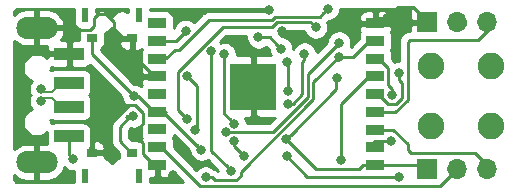
<source format=gbr>
G04 #@! TF.GenerationSoftware,KiCad,Pcbnew,(5.1.4)-1*
G04 #@! TF.CreationDate,2020-11-01T21:23:20+01:00*
G04 #@! TF.ProjectId,deauther-andromeda,64656175-7468-4657-922d-616e64726f6d,rev?*
G04 #@! TF.SameCoordinates,Original*
G04 #@! TF.FileFunction,Copper,L1,Top*
G04 #@! TF.FilePolarity,Positive*
%FSLAX46Y46*%
G04 Gerber Fmt 4.6, Leading zero omitted, Abs format (unit mm)*
G04 Created by KiCad (PCBNEW (5.1.4)-1) date 2020-11-01 21:23:20*
%MOMM*%
%LPD*%
G04 APERTURE LIST*
%ADD10C,2.250000*%
%ADD11R,0.600000X1.200000*%
%ADD12R,0.900000X0.800000*%
%ADD13R,2.500000X1.100000*%
%ADD14O,3.500000X1.900000*%
%ADD15R,1.500000X0.900000*%
%ADD16R,4.000000X4.000000*%
%ADD17R,1.700000X1.700000*%
%ADD18O,1.700000X1.700000*%
%ADD19C,0.800000*%
%ADD20C,0.250000*%
%ADD21C,0.200000*%
%ADD22C,0.254000*%
G04 APERTURE END LIST*
D10*
X161954000Y-80474000D03*
X167034000Y-80474000D03*
X161954000Y-85554000D03*
X167034000Y-85554000D03*
D11*
X132650000Y-76170000D03*
X137250000Y-76170000D03*
D12*
X136660000Y-78160000D03*
X133250000Y-78150000D03*
X136650000Y-87830000D03*
X133240000Y-87820000D03*
D11*
X132650000Y-89810000D03*
X137250000Y-89810000D03*
D13*
X131331240Y-83956400D03*
X131331240Y-81956400D03*
X131331240Y-86456400D03*
X131331240Y-79456400D03*
D14*
X128581240Y-88656400D03*
X128581240Y-77256400D03*
D15*
X157250000Y-88880000D03*
X157250000Y-87380000D03*
X157250000Y-85880000D03*
X157250000Y-84380000D03*
X157250000Y-82880000D03*
X157250000Y-81380000D03*
X157250000Y-79880000D03*
X157250000Y-78380000D03*
X157250000Y-76880000D03*
X138790000Y-76870000D03*
X138790000Y-79870000D03*
X138790000Y-82870000D03*
X138790000Y-78370000D03*
X138790000Y-85870000D03*
X138790000Y-81370000D03*
X138790000Y-87370000D03*
X138790000Y-84370000D03*
X138790000Y-88870000D03*
D16*
X146900000Y-82240000D03*
D17*
X161670000Y-76810000D03*
D18*
X164210000Y-76810000D03*
X166750000Y-76810000D03*
X166748460Y-89220040D03*
X164208460Y-89220040D03*
D17*
X161668460Y-89220040D03*
D19*
X141500000Y-88300000D03*
X158199990Y-76460000D03*
X145802340Y-79042340D03*
X131561840Y-77576680D03*
X147233640Y-85029040D03*
X141680000Y-76070000D03*
X136959340Y-80010000D03*
X140149580Y-89742170D03*
X136763760Y-86174580D03*
X149364700Y-77525124D03*
X148226780Y-75793600D03*
X151250000Y-79450000D03*
X141295620Y-84961649D03*
X149870644Y-83721874D03*
X154002746Y-81490750D03*
X149690000Y-86697039D03*
X152216655Y-77230527D03*
X147350000Y-78080000D03*
X149272033Y-79031392D03*
X141999156Y-85937510D03*
X141280000Y-81340000D03*
X142520000Y-87580002D03*
X136784094Y-83024416D03*
X136760000Y-84770000D03*
X154143268Y-79716576D03*
X142885160Y-89924968D03*
X149830012Y-82603340D03*
X149773640Y-80137001D03*
X158620000Y-86840000D03*
X154365521Y-88496708D03*
X158639670Y-82979991D03*
X144470000Y-79500000D03*
X146152340Y-88147050D03*
X149740000Y-88147050D03*
X145313421Y-85398353D03*
X159219900Y-89882978D03*
X145307421Y-86854911D03*
X154192004Y-78513254D03*
X144625139Y-86123812D03*
X153250000Y-75640000D03*
X143381152Y-79191152D03*
X141187347Y-77527347D03*
X145054320Y-89382598D03*
X128960645Y-83481400D03*
X128960645Y-82431400D03*
X131678680Y-88351360D03*
X159240220Y-81107280D03*
D20*
X157140000Y-76460000D02*
X156750000Y-76850000D01*
X158199990Y-76460000D02*
X157140000Y-76460000D01*
X135124999Y-76795997D02*
X135124999Y-77324999D01*
X134424001Y-76094999D02*
X135124999Y-76795997D01*
X133775999Y-76094999D02*
X134424001Y-76094999D01*
X133424999Y-76445999D02*
X133775999Y-76094999D01*
X133424999Y-77094001D02*
X133424999Y-76445999D01*
X135960000Y-78160000D02*
X136660000Y-78160000D01*
X133094001Y-77424999D02*
X133424999Y-77094001D01*
X132279206Y-77424999D02*
X133094001Y-77424999D01*
X135124999Y-77324999D02*
X135960000Y-78160000D01*
X132127525Y-77576680D02*
X132279206Y-77424999D01*
X131561840Y-77576680D02*
X132127525Y-77576680D01*
X158199990Y-76460000D02*
X159168650Y-75491340D01*
X160411340Y-75491340D02*
X161720000Y-76800000D01*
X159168650Y-75491340D02*
X160411340Y-75491340D01*
X138790000Y-81370000D02*
X138490000Y-81370000D01*
X137130000Y-80010000D02*
X136959340Y-80010000D01*
X138490000Y-81370000D02*
X137130000Y-80010000D01*
X137563860Y-84450302D02*
X137563860Y-85374480D01*
X136365101Y-83792130D02*
X136905688Y-83792130D01*
X133240000Y-87820000D02*
X133240000Y-86917231D01*
X133240000Y-86917231D02*
X136365101Y-83792130D01*
X136905688Y-83792130D02*
X137563860Y-84450302D01*
X137563860Y-85374480D02*
X137163759Y-85774581D01*
X137563860Y-87927450D02*
X137563860Y-86974680D01*
X137563860Y-86974680D02*
X137163759Y-86574579D01*
X138486410Y-88850000D02*
X137563860Y-87927450D01*
X137163759Y-86574579D02*
X136763760Y-86174580D01*
X139250000Y-88850000D02*
X138486410Y-88850000D01*
X137163759Y-85774581D02*
X136763760Y-86174580D01*
X151085001Y-80180684D02*
X151085001Y-82902659D01*
X151250000Y-79450000D02*
X151250000Y-80015685D01*
X151250000Y-80015685D02*
X151085001Y-80180684D01*
X151085001Y-82902659D02*
X150265786Y-83721874D01*
X150265786Y-83721874D02*
X149870644Y-83721874D01*
X153959560Y-81396840D02*
X153959560Y-82427479D01*
X153959560Y-82427479D02*
X150089999Y-86297040D01*
X150089999Y-86297040D02*
X149690000Y-86697039D01*
X152214679Y-89221718D02*
X150089999Y-87097038D01*
X150089999Y-87097038D02*
X149690000Y-86697039D01*
X155908282Y-89221718D02*
X152214679Y-89221718D01*
X157250000Y-88880000D02*
X156250000Y-88880000D01*
X156250000Y-88880000D02*
X155908282Y-89221718D01*
X160249939Y-88880000D02*
X160252159Y-88882220D01*
X161635760Y-88880000D02*
X161790380Y-89034620D01*
X157250000Y-88880000D02*
X161635760Y-88880000D01*
X144316471Y-77230527D02*
X148521013Y-77230527D01*
X140554999Y-80991999D02*
X144316471Y-77230527D01*
X141295620Y-84961649D02*
X140554999Y-84221028D01*
X148521013Y-77230527D02*
X148951434Y-76800106D01*
X140554999Y-84221028D02*
X140554999Y-80991999D01*
X148951434Y-76800106D02*
X151786234Y-76800106D01*
X151786234Y-76800106D02*
X151816656Y-76830528D01*
X151816656Y-76830528D02*
X152216655Y-77230527D01*
X148872034Y-78631393D02*
X149272033Y-79031392D01*
X148320641Y-78080000D02*
X148872034Y-78631393D01*
X147350000Y-78080000D02*
X148320641Y-78080000D01*
X142120000Y-82180000D02*
X141280000Y-81340000D01*
X141999156Y-85937510D02*
X142120000Y-85816666D01*
X142120000Y-85816666D02*
X142120000Y-82180000D01*
X138950000Y-84350000D02*
X139250000Y-84350000D01*
X139250000Y-84350000D02*
X139550000Y-84350000D01*
X142120001Y-87180003D02*
X142520000Y-87580002D01*
X139309998Y-84370000D02*
X138790000Y-84370000D01*
X142520000Y-87580002D02*
X139309998Y-84370000D01*
X133250000Y-79490322D02*
X136384095Y-82624417D01*
X133250000Y-78150000D02*
X133250000Y-79490322D01*
X138490000Y-84370000D02*
X137144416Y-83024416D01*
X138790000Y-84370000D02*
X138490000Y-84370000D01*
X137144416Y-83024416D02*
X136784094Y-83024416D01*
X136384095Y-82624417D02*
X136784094Y-83024416D01*
X136830000Y-87830000D02*
X136780000Y-87830000D01*
X154708953Y-79716576D02*
X154143268Y-79716576D01*
X155383424Y-79716576D02*
X154708953Y-79716576D01*
X156750000Y-78350000D02*
X155383424Y-79716576D01*
X145845362Y-89494638D02*
X145845362Y-89796642D01*
X152011380Y-81848464D02*
X152011380Y-83328620D01*
X154143268Y-79716576D02*
X152011380Y-81848464D01*
X152011380Y-83328620D02*
X145845362Y-89494638D01*
X143699519Y-90173642D02*
X143450845Y-89924968D01*
X145468362Y-90173642D02*
X143699519Y-90173642D01*
X145845362Y-89796642D02*
X145468362Y-90173642D01*
X143450845Y-89924968D02*
X142885160Y-89924968D01*
X136194315Y-84770000D02*
X136171495Y-84792820D01*
X136760000Y-84770000D02*
X136194315Y-84770000D01*
X136600000Y-87830000D02*
X136650000Y-87830000D01*
X135655219Y-86885219D02*
X136600000Y-87830000D01*
X135655219Y-85620839D02*
X135655219Y-86885219D01*
X136506058Y-84770000D02*
X135655219Y-85620839D01*
X136760000Y-84770000D02*
X136506058Y-84770000D01*
X149830012Y-82603340D02*
X149830012Y-80193373D01*
X149830012Y-80193373D02*
X149773640Y-80137001D01*
X157260000Y-86840000D02*
X156750000Y-87350000D01*
X158620000Y-86840000D02*
X157260000Y-86840000D01*
X154365521Y-87931023D02*
X154365521Y-88496708D01*
X156750000Y-81350000D02*
X154365521Y-83734479D01*
X154365521Y-83734479D02*
X154365521Y-87931023D01*
X156750000Y-79850000D02*
X157050000Y-79850000D01*
X157550000Y-79880000D02*
X158339958Y-80669958D01*
X158339958Y-82114594D02*
X158639670Y-82414306D01*
X158339958Y-80669958D02*
X158339958Y-82114594D01*
X157250000Y-79880000D02*
X157550000Y-79880000D01*
X158639670Y-82414306D02*
X158639670Y-82979991D01*
X144470000Y-84554932D02*
X144913422Y-84998354D01*
X144470000Y-79500000D02*
X144470000Y-84554932D01*
X144913422Y-84998354D02*
X145313421Y-85398353D01*
X149740000Y-88147050D02*
X151475928Y-89882978D01*
X151475928Y-89882978D02*
X158654215Y-89882978D01*
X158654215Y-89882978D02*
X159219900Y-89882978D01*
X145307421Y-87302131D02*
X145307421Y-86854911D01*
X146152340Y-88147050D02*
X145307421Y-87302131D01*
X151561369Y-81143889D02*
X151561369Y-83131633D01*
X148569190Y-86123812D02*
X145190824Y-86123812D01*
X145190824Y-86123812D02*
X144625139Y-86123812D01*
X151561369Y-83131633D02*
X148569190Y-86123812D01*
X154192004Y-78513254D02*
X151561369Y-81143889D01*
X152850001Y-76039999D02*
X153250000Y-75640000D01*
X148492428Y-76610000D02*
X148752325Y-76350103D01*
X140590000Y-79150000D02*
X143130000Y-76610000D01*
X152539897Y-76350103D02*
X152850001Y-76039999D01*
X139550000Y-79850000D02*
X140250000Y-79150000D01*
X143130000Y-76610000D02*
X148492428Y-76610000D01*
X148752325Y-76350103D02*
X152539897Y-76350103D01*
X139250000Y-79850000D02*
X139550000Y-79850000D01*
X140250000Y-79150000D02*
X140590000Y-79150000D01*
X140364694Y-78350000D02*
X139250000Y-78350000D01*
X141187347Y-77527347D02*
X140364694Y-78350000D01*
X144654321Y-88982599D02*
X145054320Y-89382598D01*
X143381152Y-79191152D02*
X143381152Y-87709430D01*
X143381152Y-87709430D02*
X144654321Y-88982599D01*
D21*
X129260645Y-83181400D02*
X128960645Y-83481400D01*
X129856240Y-83181400D02*
X129260645Y-83181400D01*
X130631240Y-83956400D02*
X129856240Y-83181400D01*
X131331240Y-83956400D02*
X130631240Y-83956400D01*
X131331240Y-81956400D02*
X130631240Y-81956400D01*
X130631240Y-81956400D02*
X129856240Y-82731400D01*
X129856240Y-82731400D02*
X129260645Y-82731400D01*
X129260645Y-82731400D02*
X128960645Y-82431400D01*
D20*
X138790000Y-85870000D02*
X139090000Y-85870000D01*
X131331240Y-86456400D02*
X131331240Y-88003920D01*
X131331240Y-88003920D02*
X131678680Y-88351360D01*
X159979470Y-83349942D02*
X159979470Y-78447894D01*
X159979470Y-78447894D02*
X160169854Y-78257510D01*
X165978900Y-78257510D02*
X166986400Y-77250010D01*
X158949412Y-84380000D02*
X159979470Y-83349942D01*
X157250000Y-84380000D02*
X158949412Y-84380000D01*
X166986400Y-77250010D02*
X167118205Y-77118205D01*
X160169854Y-78257510D02*
X165978900Y-78257510D01*
X164864209Y-76613599D02*
X164732405Y-76481795D01*
X164864209Y-76986401D02*
X164864209Y-76613599D01*
X159505599Y-83187403D02*
X159505599Y-81938344D01*
X158291999Y-83705001D02*
X158988001Y-83705001D01*
X159240220Y-81672965D02*
X159240220Y-81107280D01*
X157466998Y-82880000D02*
X158291999Y-83705001D01*
X157250000Y-82880000D02*
X157466998Y-82880000D01*
X158988001Y-83705001D02*
X159505599Y-83187403D01*
X159505599Y-81938344D02*
X159240220Y-81672965D01*
X162715010Y-90649990D02*
X164330380Y-89034620D01*
X139090000Y-87370000D02*
X142369990Y-90649990D01*
X138790000Y-87370000D02*
X139090000Y-87370000D01*
X142369990Y-90649990D02*
X162715010Y-90649990D01*
X166020381Y-88184621D02*
X166870380Y-89034620D01*
X165695379Y-87859619D02*
X166020381Y-88184621D01*
X160267503Y-87859619D02*
X165695379Y-87859619D01*
X159979470Y-87571586D02*
X160267503Y-87859619D01*
X158733002Y-85880000D02*
X159979470Y-87126468D01*
X159979470Y-87126468D02*
X159979470Y-87571586D01*
X157250000Y-85880000D02*
X158733002Y-85880000D01*
D22*
G36*
X131711928Y-76770000D02*
G01*
X131724188Y-76894482D01*
X131760498Y-77014180D01*
X131819463Y-77124494D01*
X131898815Y-77221185D01*
X131995506Y-77300537D01*
X132105820Y-77359502D01*
X132225518Y-77395812D01*
X132267110Y-77399908D01*
X132210498Y-77505820D01*
X132174188Y-77625518D01*
X132161928Y-77750000D01*
X132161928Y-78269664D01*
X131616990Y-78271400D01*
X131458240Y-78430150D01*
X131458240Y-79329400D01*
X131478240Y-79329400D01*
X131478240Y-79583400D01*
X131458240Y-79583400D01*
X131458240Y-80482650D01*
X131616990Y-80641400D01*
X132581240Y-80644472D01*
X132705722Y-80632212D01*
X132825420Y-80595902D01*
X132935734Y-80536937D01*
X133032425Y-80457585D01*
X133082025Y-80397148D01*
X135749094Y-83064218D01*
X135749094Y-83126355D01*
X135788868Y-83326314D01*
X135866889Y-83514672D01*
X135980157Y-83684190D01*
X136124320Y-83828353D01*
X136215322Y-83889158D01*
X136100226Y-83966063D01*
X136045276Y-84021013D01*
X135902068Y-84064454D01*
X135770039Y-84135026D01*
X135654314Y-84229999D01*
X135630511Y-84259003D01*
X135607696Y-84281818D01*
X135536521Y-84368544D01*
X135465949Y-84500574D01*
X135422493Y-84643835D01*
X135407819Y-84792820D01*
X135407874Y-84793382D01*
X135144221Y-85057036D01*
X135115218Y-85080838D01*
X135063649Y-85143676D01*
X135020245Y-85196563D01*
X134975111Y-85281002D01*
X134949673Y-85328593D01*
X134906216Y-85471854D01*
X134895219Y-85583507D01*
X134895219Y-85583517D01*
X134891543Y-85620839D01*
X134895219Y-85658162D01*
X134895220Y-86847887D01*
X134891543Y-86885219D01*
X134895220Y-86922552D01*
X134906217Y-87034205D01*
X134916772Y-87069000D01*
X134949673Y-87177465D01*
X135020245Y-87309495D01*
X135080877Y-87383374D01*
X135115219Y-87425220D01*
X135144217Y-87449018D01*
X135561928Y-87866729D01*
X135561928Y-88230000D01*
X135564155Y-88252615D01*
X135512686Y-88262853D01*
X135333428Y-88337104D01*
X135172099Y-88444901D01*
X135034901Y-88582099D01*
X134950000Y-88709162D01*
X134865099Y-88582099D01*
X134727901Y-88444901D01*
X134566572Y-88337104D01*
X134387314Y-88262853D01*
X134325071Y-88250472D01*
X134328072Y-88220000D01*
X134325000Y-88105750D01*
X134166250Y-87947000D01*
X133367000Y-87947000D01*
X133367000Y-87967000D01*
X133113000Y-87967000D01*
X133113000Y-87947000D01*
X133093000Y-87947000D01*
X133093000Y-87693000D01*
X133113000Y-87693000D01*
X133113000Y-87358606D01*
X133170742Y-87250580D01*
X133207052Y-87130882D01*
X133219312Y-87006400D01*
X133219312Y-86943750D01*
X133367000Y-86943750D01*
X133367000Y-87693000D01*
X134166250Y-87693000D01*
X134325000Y-87534250D01*
X134328072Y-87420000D01*
X134315812Y-87295518D01*
X134279502Y-87175820D01*
X134220537Y-87065506D01*
X134141185Y-86968815D01*
X134044494Y-86889463D01*
X133934180Y-86830498D01*
X133814482Y-86794188D01*
X133690000Y-86781928D01*
X133525750Y-86785000D01*
X133367000Y-86943750D01*
X133219312Y-86943750D01*
X133219312Y-85906400D01*
X133207052Y-85781918D01*
X133170742Y-85662220D01*
X133111777Y-85551906D01*
X133032425Y-85455215D01*
X132935734Y-85375863D01*
X132825420Y-85316898D01*
X132705722Y-85280588D01*
X132581240Y-85268328D01*
X130081240Y-85268328D01*
X129956758Y-85280588D01*
X129837060Y-85316898D01*
X129766240Y-85354753D01*
X129766240Y-85139688D01*
X129748069Y-85048334D01*
X129837060Y-85095902D01*
X129956758Y-85132212D01*
X130081240Y-85144472D01*
X132581240Y-85144472D01*
X132705722Y-85132212D01*
X132825420Y-85095902D01*
X132935734Y-85036937D01*
X133032425Y-84957585D01*
X133111777Y-84860894D01*
X133170742Y-84750580D01*
X133207052Y-84630882D01*
X133219312Y-84506400D01*
X133219312Y-83406400D01*
X133207052Y-83281918D01*
X133170742Y-83162220D01*
X133111777Y-83051906D01*
X133033398Y-82956400D01*
X133111777Y-82860894D01*
X133170742Y-82750580D01*
X133207052Y-82630882D01*
X133219312Y-82506400D01*
X133219312Y-81406400D01*
X133207052Y-81281918D01*
X133170742Y-81162220D01*
X133111777Y-81051906D01*
X133032425Y-80955215D01*
X132935734Y-80875863D01*
X132825420Y-80816898D01*
X132705722Y-80780588D01*
X132581240Y-80768328D01*
X130081240Y-80768328D01*
X129956758Y-80780588D01*
X129837060Y-80816898D01*
X129748069Y-80864466D01*
X129766240Y-80773112D01*
X129766240Y-80558047D01*
X129837060Y-80595902D01*
X129956758Y-80632212D01*
X130081240Y-80644472D01*
X131045490Y-80641400D01*
X131204240Y-80482650D01*
X131204240Y-79583400D01*
X129604990Y-79583400D01*
X129446240Y-79742150D01*
X129445052Y-79844368D01*
X129336634Y-79735950D01*
X129142548Y-79606266D01*
X128926892Y-79516939D01*
X128697952Y-79471400D01*
X128464528Y-79471400D01*
X128235588Y-79516939D01*
X128019932Y-79606266D01*
X127825846Y-79735950D01*
X127660790Y-79901006D01*
X127531106Y-80095092D01*
X127441779Y-80310748D01*
X127396240Y-80539688D01*
X127396240Y-80773112D01*
X127441779Y-81002052D01*
X127531106Y-81217708D01*
X127660790Y-81411794D01*
X127825846Y-81576850D01*
X128019932Y-81706534D01*
X128162675Y-81765659D01*
X128156708Y-81771626D01*
X128043440Y-81941144D01*
X127965419Y-82129502D01*
X127925645Y-82329461D01*
X127925645Y-82533339D01*
X127965419Y-82733298D01*
X128043440Y-82921656D01*
X128066655Y-82956400D01*
X128043440Y-82991144D01*
X127965419Y-83179502D01*
X127925645Y-83379461D01*
X127925645Y-83583339D01*
X127965419Y-83783298D01*
X128043440Y-83971656D01*
X128156708Y-84141174D01*
X128162675Y-84147141D01*
X128019932Y-84206266D01*
X127825846Y-84335950D01*
X127660790Y-84501006D01*
X127531106Y-84695092D01*
X127441779Y-84910748D01*
X127396240Y-85139688D01*
X127396240Y-85373112D01*
X127441779Y-85602052D01*
X127531106Y-85817708D01*
X127660790Y-86011794D01*
X127825846Y-86176850D01*
X128019932Y-86306534D01*
X128235588Y-86395861D01*
X128464528Y-86441400D01*
X128697952Y-86441400D01*
X128926892Y-86395861D01*
X129142548Y-86306534D01*
X129336634Y-86176850D01*
X129443168Y-86070316D01*
X129443168Y-87006400D01*
X129449570Y-87071400D01*
X128708240Y-87071400D01*
X128708240Y-88529400D01*
X128728240Y-88529400D01*
X128728240Y-88783400D01*
X128708240Y-88783400D01*
X128708240Y-90241400D01*
X129508240Y-90241400D01*
X129815018Y-90186168D01*
X130105126Y-90072148D01*
X130367415Y-89903722D01*
X130591806Y-89687362D01*
X130769676Y-89431383D01*
X130894189Y-89145621D01*
X130916227Y-89052618D01*
X131018906Y-89155297D01*
X131188424Y-89268565D01*
X131376782Y-89346586D01*
X131576741Y-89386360D01*
X131711928Y-89386360D01*
X131711928Y-90340000D01*
X127016279Y-90340000D01*
X126918576Y-90330420D01*
X126855643Y-90311420D01*
X126797594Y-90280554D01*
X126746657Y-90239011D01*
X126704752Y-90188356D01*
X126673485Y-90130529D01*
X126654044Y-90067728D01*
X126644000Y-89972165D01*
X126644000Y-89758064D01*
X126795065Y-89903722D01*
X127057354Y-90072148D01*
X127347462Y-90186168D01*
X127654240Y-90241400D01*
X128454240Y-90241400D01*
X128454240Y-88783400D01*
X128434240Y-88783400D01*
X128434240Y-88529400D01*
X128454240Y-88529400D01*
X128454240Y-87071400D01*
X127654240Y-87071400D01*
X127347462Y-87126632D01*
X127057354Y-87240652D01*
X126795065Y-87409078D01*
X126644000Y-87554736D01*
X126644000Y-78358064D01*
X126795065Y-78503722D01*
X127057354Y-78672148D01*
X127347462Y-78786168D01*
X127654240Y-78841400D01*
X128454240Y-78841400D01*
X128454240Y-77383400D01*
X128708240Y-77383400D01*
X128708240Y-78841400D01*
X129449570Y-78841400D01*
X129443168Y-78906400D01*
X129446240Y-79170650D01*
X129604990Y-79329400D01*
X131204240Y-79329400D01*
X131204240Y-78430150D01*
X131045490Y-78271400D01*
X130603875Y-78269993D01*
X130769676Y-78031383D01*
X130894189Y-77745621D01*
X130921826Y-77628988D01*
X130801824Y-77383400D01*
X128708240Y-77383400D01*
X128454240Y-77383400D01*
X128434240Y-77383400D01*
X128434240Y-77129400D01*
X128454240Y-77129400D01*
X128454240Y-75671400D01*
X128708240Y-75671400D01*
X128708240Y-77129400D01*
X130801824Y-77129400D01*
X130921826Y-76883812D01*
X130894189Y-76767179D01*
X130769676Y-76481417D01*
X130591806Y-76225438D01*
X130367415Y-76009078D01*
X130105126Y-75840652D01*
X129815018Y-75726632D01*
X129508240Y-75671400D01*
X128708240Y-75671400D01*
X128454240Y-75671400D01*
X127654240Y-75671400D01*
X127347462Y-75726632D01*
X127057354Y-75840652D01*
X126795065Y-76009078D01*
X126644000Y-76154736D01*
X126644000Y-76032279D01*
X126653580Y-75934576D01*
X126672580Y-75871644D01*
X126703445Y-75813595D01*
X126744989Y-75762657D01*
X126795644Y-75720752D01*
X126853471Y-75689485D01*
X126916272Y-75670044D01*
X127011835Y-75660000D01*
X131711928Y-75660000D01*
X131711928Y-76770000D01*
X131711928Y-76770000D01*
G37*
X131711928Y-76770000D02*
X131724188Y-76894482D01*
X131760498Y-77014180D01*
X131819463Y-77124494D01*
X131898815Y-77221185D01*
X131995506Y-77300537D01*
X132105820Y-77359502D01*
X132225518Y-77395812D01*
X132267110Y-77399908D01*
X132210498Y-77505820D01*
X132174188Y-77625518D01*
X132161928Y-77750000D01*
X132161928Y-78269664D01*
X131616990Y-78271400D01*
X131458240Y-78430150D01*
X131458240Y-79329400D01*
X131478240Y-79329400D01*
X131478240Y-79583400D01*
X131458240Y-79583400D01*
X131458240Y-80482650D01*
X131616990Y-80641400D01*
X132581240Y-80644472D01*
X132705722Y-80632212D01*
X132825420Y-80595902D01*
X132935734Y-80536937D01*
X133032425Y-80457585D01*
X133082025Y-80397148D01*
X135749094Y-83064218D01*
X135749094Y-83126355D01*
X135788868Y-83326314D01*
X135866889Y-83514672D01*
X135980157Y-83684190D01*
X136124320Y-83828353D01*
X136215322Y-83889158D01*
X136100226Y-83966063D01*
X136045276Y-84021013D01*
X135902068Y-84064454D01*
X135770039Y-84135026D01*
X135654314Y-84229999D01*
X135630511Y-84259003D01*
X135607696Y-84281818D01*
X135536521Y-84368544D01*
X135465949Y-84500574D01*
X135422493Y-84643835D01*
X135407819Y-84792820D01*
X135407874Y-84793382D01*
X135144221Y-85057036D01*
X135115218Y-85080838D01*
X135063649Y-85143676D01*
X135020245Y-85196563D01*
X134975111Y-85281002D01*
X134949673Y-85328593D01*
X134906216Y-85471854D01*
X134895219Y-85583507D01*
X134895219Y-85583517D01*
X134891543Y-85620839D01*
X134895219Y-85658162D01*
X134895220Y-86847887D01*
X134891543Y-86885219D01*
X134895220Y-86922552D01*
X134906217Y-87034205D01*
X134916772Y-87069000D01*
X134949673Y-87177465D01*
X135020245Y-87309495D01*
X135080877Y-87383374D01*
X135115219Y-87425220D01*
X135144217Y-87449018D01*
X135561928Y-87866729D01*
X135561928Y-88230000D01*
X135564155Y-88252615D01*
X135512686Y-88262853D01*
X135333428Y-88337104D01*
X135172099Y-88444901D01*
X135034901Y-88582099D01*
X134950000Y-88709162D01*
X134865099Y-88582099D01*
X134727901Y-88444901D01*
X134566572Y-88337104D01*
X134387314Y-88262853D01*
X134325071Y-88250472D01*
X134328072Y-88220000D01*
X134325000Y-88105750D01*
X134166250Y-87947000D01*
X133367000Y-87947000D01*
X133367000Y-87967000D01*
X133113000Y-87967000D01*
X133113000Y-87947000D01*
X133093000Y-87947000D01*
X133093000Y-87693000D01*
X133113000Y-87693000D01*
X133113000Y-87358606D01*
X133170742Y-87250580D01*
X133207052Y-87130882D01*
X133219312Y-87006400D01*
X133219312Y-86943750D01*
X133367000Y-86943750D01*
X133367000Y-87693000D01*
X134166250Y-87693000D01*
X134325000Y-87534250D01*
X134328072Y-87420000D01*
X134315812Y-87295518D01*
X134279502Y-87175820D01*
X134220537Y-87065506D01*
X134141185Y-86968815D01*
X134044494Y-86889463D01*
X133934180Y-86830498D01*
X133814482Y-86794188D01*
X133690000Y-86781928D01*
X133525750Y-86785000D01*
X133367000Y-86943750D01*
X133219312Y-86943750D01*
X133219312Y-85906400D01*
X133207052Y-85781918D01*
X133170742Y-85662220D01*
X133111777Y-85551906D01*
X133032425Y-85455215D01*
X132935734Y-85375863D01*
X132825420Y-85316898D01*
X132705722Y-85280588D01*
X132581240Y-85268328D01*
X130081240Y-85268328D01*
X129956758Y-85280588D01*
X129837060Y-85316898D01*
X129766240Y-85354753D01*
X129766240Y-85139688D01*
X129748069Y-85048334D01*
X129837060Y-85095902D01*
X129956758Y-85132212D01*
X130081240Y-85144472D01*
X132581240Y-85144472D01*
X132705722Y-85132212D01*
X132825420Y-85095902D01*
X132935734Y-85036937D01*
X133032425Y-84957585D01*
X133111777Y-84860894D01*
X133170742Y-84750580D01*
X133207052Y-84630882D01*
X133219312Y-84506400D01*
X133219312Y-83406400D01*
X133207052Y-83281918D01*
X133170742Y-83162220D01*
X133111777Y-83051906D01*
X133033398Y-82956400D01*
X133111777Y-82860894D01*
X133170742Y-82750580D01*
X133207052Y-82630882D01*
X133219312Y-82506400D01*
X133219312Y-81406400D01*
X133207052Y-81281918D01*
X133170742Y-81162220D01*
X133111777Y-81051906D01*
X133032425Y-80955215D01*
X132935734Y-80875863D01*
X132825420Y-80816898D01*
X132705722Y-80780588D01*
X132581240Y-80768328D01*
X130081240Y-80768328D01*
X129956758Y-80780588D01*
X129837060Y-80816898D01*
X129748069Y-80864466D01*
X129766240Y-80773112D01*
X129766240Y-80558047D01*
X129837060Y-80595902D01*
X129956758Y-80632212D01*
X130081240Y-80644472D01*
X131045490Y-80641400D01*
X131204240Y-80482650D01*
X131204240Y-79583400D01*
X129604990Y-79583400D01*
X129446240Y-79742150D01*
X129445052Y-79844368D01*
X129336634Y-79735950D01*
X129142548Y-79606266D01*
X128926892Y-79516939D01*
X128697952Y-79471400D01*
X128464528Y-79471400D01*
X128235588Y-79516939D01*
X128019932Y-79606266D01*
X127825846Y-79735950D01*
X127660790Y-79901006D01*
X127531106Y-80095092D01*
X127441779Y-80310748D01*
X127396240Y-80539688D01*
X127396240Y-80773112D01*
X127441779Y-81002052D01*
X127531106Y-81217708D01*
X127660790Y-81411794D01*
X127825846Y-81576850D01*
X128019932Y-81706534D01*
X128162675Y-81765659D01*
X128156708Y-81771626D01*
X128043440Y-81941144D01*
X127965419Y-82129502D01*
X127925645Y-82329461D01*
X127925645Y-82533339D01*
X127965419Y-82733298D01*
X128043440Y-82921656D01*
X128066655Y-82956400D01*
X128043440Y-82991144D01*
X127965419Y-83179502D01*
X127925645Y-83379461D01*
X127925645Y-83583339D01*
X127965419Y-83783298D01*
X128043440Y-83971656D01*
X128156708Y-84141174D01*
X128162675Y-84147141D01*
X128019932Y-84206266D01*
X127825846Y-84335950D01*
X127660790Y-84501006D01*
X127531106Y-84695092D01*
X127441779Y-84910748D01*
X127396240Y-85139688D01*
X127396240Y-85373112D01*
X127441779Y-85602052D01*
X127531106Y-85817708D01*
X127660790Y-86011794D01*
X127825846Y-86176850D01*
X128019932Y-86306534D01*
X128235588Y-86395861D01*
X128464528Y-86441400D01*
X128697952Y-86441400D01*
X128926892Y-86395861D01*
X129142548Y-86306534D01*
X129336634Y-86176850D01*
X129443168Y-86070316D01*
X129443168Y-87006400D01*
X129449570Y-87071400D01*
X128708240Y-87071400D01*
X128708240Y-88529400D01*
X128728240Y-88529400D01*
X128728240Y-88783400D01*
X128708240Y-88783400D01*
X128708240Y-90241400D01*
X129508240Y-90241400D01*
X129815018Y-90186168D01*
X130105126Y-90072148D01*
X130367415Y-89903722D01*
X130591806Y-89687362D01*
X130769676Y-89431383D01*
X130894189Y-89145621D01*
X130916227Y-89052618D01*
X131018906Y-89155297D01*
X131188424Y-89268565D01*
X131376782Y-89346586D01*
X131576741Y-89386360D01*
X131711928Y-89386360D01*
X131711928Y-90340000D01*
X127016279Y-90340000D01*
X126918576Y-90330420D01*
X126855643Y-90311420D01*
X126797594Y-90280554D01*
X126746657Y-90239011D01*
X126704752Y-90188356D01*
X126673485Y-90130529D01*
X126654044Y-90067728D01*
X126644000Y-89972165D01*
X126644000Y-89758064D01*
X126795065Y-89903722D01*
X127057354Y-90072148D01*
X127347462Y-90186168D01*
X127654240Y-90241400D01*
X128454240Y-90241400D01*
X128454240Y-88783400D01*
X128434240Y-88783400D01*
X128434240Y-88529400D01*
X128454240Y-88529400D01*
X128454240Y-87071400D01*
X127654240Y-87071400D01*
X127347462Y-87126632D01*
X127057354Y-87240652D01*
X126795065Y-87409078D01*
X126644000Y-87554736D01*
X126644000Y-78358064D01*
X126795065Y-78503722D01*
X127057354Y-78672148D01*
X127347462Y-78786168D01*
X127654240Y-78841400D01*
X128454240Y-78841400D01*
X128454240Y-77383400D01*
X128708240Y-77383400D01*
X128708240Y-78841400D01*
X129449570Y-78841400D01*
X129443168Y-78906400D01*
X129446240Y-79170650D01*
X129604990Y-79329400D01*
X131204240Y-79329400D01*
X131204240Y-78430150D01*
X131045490Y-78271400D01*
X130603875Y-78269993D01*
X130769676Y-78031383D01*
X130894189Y-77745621D01*
X130921826Y-77628988D01*
X130801824Y-77383400D01*
X128708240Y-77383400D01*
X128454240Y-77383400D01*
X128434240Y-77383400D01*
X128434240Y-77129400D01*
X128454240Y-77129400D01*
X128454240Y-75671400D01*
X128708240Y-75671400D01*
X128708240Y-77129400D01*
X130801824Y-77129400D01*
X130921826Y-76883812D01*
X130894189Y-76767179D01*
X130769676Y-76481417D01*
X130591806Y-76225438D01*
X130367415Y-76009078D01*
X130105126Y-75840652D01*
X129815018Y-75726632D01*
X129508240Y-75671400D01*
X128708240Y-75671400D01*
X128454240Y-75671400D01*
X127654240Y-75671400D01*
X127347462Y-75726632D01*
X127057354Y-75840652D01*
X126795065Y-76009078D01*
X126644000Y-76154736D01*
X126644000Y-76032279D01*
X126653580Y-75934576D01*
X126672580Y-75871644D01*
X126703445Y-75813595D01*
X126744989Y-75762657D01*
X126795644Y-75720752D01*
X126853471Y-75689485D01*
X126916272Y-75670044D01*
X127011835Y-75660000D01*
X131711928Y-75660000D01*
X131711928Y-76770000D01*
G36*
X138917000Y-88743000D02*
G01*
X138937000Y-88743000D01*
X138937000Y-88997000D01*
X138917000Y-88997000D01*
X138917000Y-89796250D01*
X139075750Y-89955000D01*
X139540000Y-89958072D01*
X139664482Y-89945812D01*
X139784180Y-89909502D01*
X139894494Y-89850537D01*
X139991185Y-89771185D01*
X140070537Y-89674494D01*
X140129502Y-89564180D01*
X140148093Y-89502894D01*
X140985198Y-90340000D01*
X138188072Y-90340000D01*
X138188072Y-89957092D01*
X138504250Y-89955000D01*
X138663000Y-89796250D01*
X138663000Y-88997000D01*
X138643000Y-88997000D01*
X138643000Y-88743000D01*
X138663000Y-88743000D01*
X138663000Y-88723000D01*
X138917000Y-88723000D01*
X138917000Y-88743000D01*
X138917000Y-88743000D01*
G37*
X138917000Y-88743000D02*
X138937000Y-88743000D01*
X138937000Y-88997000D01*
X138917000Y-88997000D01*
X138917000Y-89796250D01*
X139075750Y-89955000D01*
X139540000Y-89958072D01*
X139664482Y-89945812D01*
X139784180Y-89909502D01*
X139894494Y-89850537D01*
X139991185Y-89771185D01*
X140070537Y-89674494D01*
X140129502Y-89564180D01*
X140148093Y-89502894D01*
X140985198Y-90340000D01*
X138188072Y-90340000D01*
X138188072Y-89957092D01*
X138504250Y-89955000D01*
X138663000Y-89796250D01*
X138663000Y-88997000D01*
X138643000Y-88997000D01*
X138643000Y-88743000D01*
X138663000Y-88743000D01*
X138663000Y-88723000D01*
X138917000Y-88723000D01*
X138917000Y-88743000D01*
G36*
X141485000Y-87619804D02*
G01*
X141485000Y-87681941D01*
X141524774Y-87881900D01*
X141602795Y-88070258D01*
X141716063Y-88239776D01*
X141860226Y-88383939D01*
X142029744Y-88497207D01*
X142218102Y-88575228D01*
X142418061Y-88615002D01*
X142621939Y-88615002D01*
X142821898Y-88575228D01*
X143010256Y-88497207D01*
X143060534Y-88463613D01*
X143940886Y-89343966D01*
X143875121Y-89289994D01*
X143743092Y-89219422D01*
X143599884Y-89175981D01*
X143544934Y-89121031D01*
X143375416Y-89007763D01*
X143187058Y-88929742D01*
X142987099Y-88889968D01*
X142783221Y-88889968D01*
X142583262Y-88929742D01*
X142394904Y-89007763D01*
X142225386Y-89121031D01*
X142081223Y-89265194D01*
X142072721Y-89277919D01*
X140178072Y-87383271D01*
X140178072Y-86920000D01*
X140165812Y-86795518D01*
X140129502Y-86675820D01*
X140099665Y-86620000D01*
X140129502Y-86564180D01*
X140165812Y-86444482D01*
X140178072Y-86320000D01*
X140178072Y-86312875D01*
X141485000Y-87619804D01*
X141485000Y-87619804D01*
G37*
X141485000Y-87619804D02*
X141485000Y-87681941D01*
X141524774Y-87881900D01*
X141602795Y-88070258D01*
X141716063Y-88239776D01*
X141860226Y-88383939D01*
X142029744Y-88497207D01*
X142218102Y-88575228D01*
X142418061Y-88615002D01*
X142621939Y-88615002D01*
X142821898Y-88575228D01*
X143010256Y-88497207D01*
X143060534Y-88463613D01*
X143940886Y-89343966D01*
X143875121Y-89289994D01*
X143743092Y-89219422D01*
X143599884Y-89175981D01*
X143544934Y-89121031D01*
X143375416Y-89007763D01*
X143187058Y-88929742D01*
X142987099Y-88889968D01*
X142783221Y-88889968D01*
X142583262Y-88929742D01*
X142394904Y-89007763D01*
X142225386Y-89121031D01*
X142081223Y-89265194D01*
X142072721Y-89277919D01*
X140178072Y-87383271D01*
X140178072Y-86920000D01*
X140165812Y-86795518D01*
X140129502Y-86675820D01*
X140099665Y-86620000D01*
X140129502Y-86564180D01*
X140165812Y-86444482D01*
X140178072Y-86320000D01*
X140178072Y-86312875D01*
X141485000Y-87619804D01*
G36*
X137401928Y-86320000D02*
G01*
X137414188Y-86444482D01*
X137450498Y-86564180D01*
X137480335Y-86620000D01*
X137450498Y-86675820D01*
X137414188Y-86795518D01*
X137406478Y-86873798D01*
X137344180Y-86840498D01*
X137224482Y-86804188D01*
X137100000Y-86791928D01*
X136636729Y-86791928D01*
X136415219Y-86570418D01*
X136415219Y-85935640D01*
X136564475Y-85786385D01*
X136658061Y-85805000D01*
X136861939Y-85805000D01*
X137061898Y-85765226D01*
X137250256Y-85687205D01*
X137401928Y-85585861D01*
X137401928Y-86320000D01*
X137401928Y-86320000D01*
G37*
X137401928Y-86320000D02*
X137414188Y-86444482D01*
X137450498Y-86564180D01*
X137480335Y-86620000D01*
X137450498Y-86675820D01*
X137414188Y-86795518D01*
X137406478Y-86873798D01*
X137344180Y-86840498D01*
X137224482Y-86804188D01*
X137100000Y-86791928D01*
X136636729Y-86791928D01*
X136415219Y-86570418D01*
X136415219Y-85935640D01*
X136564475Y-85786385D01*
X136658061Y-85805000D01*
X136861939Y-85805000D01*
X137061898Y-85765226D01*
X137250256Y-85687205D01*
X137401928Y-85585861D01*
X137401928Y-86320000D01*
G36*
X146315000Y-78181939D02*
G01*
X146354774Y-78381898D01*
X146432795Y-78570256D01*
X146546063Y-78739774D01*
X146690226Y-78883937D01*
X146859744Y-78997205D01*
X147048102Y-79075226D01*
X147248061Y-79115000D01*
X147451939Y-79115000D01*
X147651898Y-79075226D01*
X147840256Y-78997205D01*
X148009774Y-78883937D01*
X148029775Y-78863936D01*
X148237033Y-79071195D01*
X148237033Y-79133331D01*
X148276807Y-79333290D01*
X148354828Y-79521648D01*
X148409057Y-79602808D01*
X147185750Y-79605000D01*
X147027000Y-79763750D01*
X147027000Y-82113000D01*
X147047000Y-82113000D01*
X147047000Y-82367000D01*
X147027000Y-82367000D01*
X147027000Y-84716250D01*
X147185750Y-84875000D01*
X148740415Y-84877786D01*
X148254389Y-85363812D01*
X146348421Y-85363812D01*
X146348421Y-85296414D01*
X146308647Y-85096455D01*
X146230626Y-84908097D01*
X146208997Y-84875726D01*
X146614250Y-84875000D01*
X146773000Y-84716250D01*
X146773000Y-82367000D01*
X146753000Y-82367000D01*
X146753000Y-82113000D01*
X146773000Y-82113000D01*
X146773000Y-79763750D01*
X146614250Y-79605000D01*
X145504787Y-79603012D01*
X145505000Y-79601939D01*
X145505000Y-79398061D01*
X145465226Y-79198102D01*
X145387205Y-79009744D01*
X145273937Y-78840226D01*
X145129774Y-78696063D01*
X144960256Y-78582795D01*
X144771898Y-78504774D01*
X144571939Y-78465000D01*
X144368061Y-78465000D01*
X144168102Y-78504774D01*
X144161302Y-78507591D01*
X144137755Y-78484044D01*
X144631273Y-77990527D01*
X146315000Y-77990527D01*
X146315000Y-78181939D01*
X146315000Y-78181939D01*
G37*
X146315000Y-78181939D02*
X146354774Y-78381898D01*
X146432795Y-78570256D01*
X146546063Y-78739774D01*
X146690226Y-78883937D01*
X146859744Y-78997205D01*
X147048102Y-79075226D01*
X147248061Y-79115000D01*
X147451939Y-79115000D01*
X147651898Y-79075226D01*
X147840256Y-78997205D01*
X148009774Y-78883937D01*
X148029775Y-78863936D01*
X148237033Y-79071195D01*
X148237033Y-79133331D01*
X148276807Y-79333290D01*
X148354828Y-79521648D01*
X148409057Y-79602808D01*
X147185750Y-79605000D01*
X147027000Y-79763750D01*
X147027000Y-82113000D01*
X147047000Y-82113000D01*
X147047000Y-82367000D01*
X147027000Y-82367000D01*
X147027000Y-84716250D01*
X147185750Y-84875000D01*
X148740415Y-84877786D01*
X148254389Y-85363812D01*
X146348421Y-85363812D01*
X146348421Y-85296414D01*
X146308647Y-85096455D01*
X146230626Y-84908097D01*
X146208997Y-84875726D01*
X146614250Y-84875000D01*
X146773000Y-84716250D01*
X146773000Y-82367000D01*
X146753000Y-82367000D01*
X146753000Y-82113000D01*
X146773000Y-82113000D01*
X146773000Y-79763750D01*
X146614250Y-79605000D01*
X145504787Y-79603012D01*
X145505000Y-79601939D01*
X145505000Y-79398061D01*
X145465226Y-79198102D01*
X145387205Y-79009744D01*
X145273937Y-78840226D01*
X145129774Y-78696063D01*
X144960256Y-78582795D01*
X144771898Y-78504774D01*
X144571939Y-78465000D01*
X144368061Y-78465000D01*
X144168102Y-78504774D01*
X144161302Y-78507591D01*
X144137755Y-78484044D01*
X144631273Y-77990527D01*
X146315000Y-77990527D01*
X146315000Y-78181939D01*
G36*
X135034901Y-77397901D02*
G01*
X135172099Y-77535099D01*
X135333428Y-77642896D01*
X135512686Y-77717147D01*
X135574929Y-77729528D01*
X135571928Y-77760000D01*
X135575000Y-77874250D01*
X135733750Y-78033000D01*
X136533000Y-78033000D01*
X136533000Y-78013000D01*
X136787000Y-78013000D01*
X136787000Y-78033000D01*
X136807000Y-78033000D01*
X136807000Y-78287000D01*
X136787000Y-78287000D01*
X136787000Y-79036250D01*
X136945750Y-79195000D01*
X137110000Y-79198072D01*
X137234482Y-79185812D01*
X137354180Y-79149502D01*
X137464494Y-79090537D01*
X137464558Y-79090484D01*
X137480335Y-79120000D01*
X137450498Y-79175820D01*
X137414188Y-79295518D01*
X137401928Y-79420000D01*
X137401928Y-80320000D01*
X137414188Y-80444482D01*
X137450498Y-80564180D01*
X137480335Y-80620000D01*
X137450498Y-80675820D01*
X137414188Y-80795518D01*
X137401928Y-80920000D01*
X137405000Y-81084250D01*
X137563750Y-81243000D01*
X138663000Y-81243000D01*
X138663000Y-81223000D01*
X138917000Y-81223000D01*
X138917000Y-81243000D01*
X138937000Y-81243000D01*
X138937000Y-81497000D01*
X138917000Y-81497000D01*
X138917000Y-81517000D01*
X138663000Y-81517000D01*
X138663000Y-81497000D01*
X137563750Y-81497000D01*
X137405000Y-81655750D01*
X137401928Y-81820000D01*
X137414188Y-81944482D01*
X137450498Y-82064180D01*
X137480335Y-82120000D01*
X137450498Y-82175820D01*
X137438117Y-82216636D01*
X137274350Y-82107211D01*
X137085992Y-82029190D01*
X136886033Y-81989416D01*
X136823896Y-81989416D01*
X134010000Y-79175521D01*
X134010000Y-79104320D01*
X134054494Y-79080537D01*
X134151185Y-79001185D01*
X134230537Y-78904494D01*
X134289502Y-78794180D01*
X134325812Y-78674482D01*
X134337087Y-78560000D01*
X135571928Y-78560000D01*
X135584188Y-78684482D01*
X135620498Y-78804180D01*
X135679463Y-78914494D01*
X135758815Y-79011185D01*
X135855506Y-79090537D01*
X135965820Y-79149502D01*
X136085518Y-79185812D01*
X136210000Y-79198072D01*
X136374250Y-79195000D01*
X136533000Y-79036250D01*
X136533000Y-78287000D01*
X135733750Y-78287000D01*
X135575000Y-78445750D01*
X135571928Y-78560000D01*
X134337087Y-78560000D01*
X134338072Y-78550000D01*
X134338072Y-77750000D01*
X134335845Y-77727385D01*
X134387314Y-77717147D01*
X134566572Y-77642896D01*
X134727901Y-77535099D01*
X134865099Y-77397901D01*
X134950000Y-77270838D01*
X135034901Y-77397901D01*
X135034901Y-77397901D01*
G37*
X135034901Y-77397901D02*
X135172099Y-77535099D01*
X135333428Y-77642896D01*
X135512686Y-77717147D01*
X135574929Y-77729528D01*
X135571928Y-77760000D01*
X135575000Y-77874250D01*
X135733750Y-78033000D01*
X136533000Y-78033000D01*
X136533000Y-78013000D01*
X136787000Y-78013000D01*
X136787000Y-78033000D01*
X136807000Y-78033000D01*
X136807000Y-78287000D01*
X136787000Y-78287000D01*
X136787000Y-79036250D01*
X136945750Y-79195000D01*
X137110000Y-79198072D01*
X137234482Y-79185812D01*
X137354180Y-79149502D01*
X137464494Y-79090537D01*
X137464558Y-79090484D01*
X137480335Y-79120000D01*
X137450498Y-79175820D01*
X137414188Y-79295518D01*
X137401928Y-79420000D01*
X137401928Y-80320000D01*
X137414188Y-80444482D01*
X137450498Y-80564180D01*
X137480335Y-80620000D01*
X137450498Y-80675820D01*
X137414188Y-80795518D01*
X137401928Y-80920000D01*
X137405000Y-81084250D01*
X137563750Y-81243000D01*
X138663000Y-81243000D01*
X138663000Y-81223000D01*
X138917000Y-81223000D01*
X138917000Y-81243000D01*
X138937000Y-81243000D01*
X138937000Y-81497000D01*
X138917000Y-81497000D01*
X138917000Y-81517000D01*
X138663000Y-81517000D01*
X138663000Y-81497000D01*
X137563750Y-81497000D01*
X137405000Y-81655750D01*
X137401928Y-81820000D01*
X137414188Y-81944482D01*
X137450498Y-82064180D01*
X137480335Y-82120000D01*
X137450498Y-82175820D01*
X137438117Y-82216636D01*
X137274350Y-82107211D01*
X137085992Y-82029190D01*
X136886033Y-81989416D01*
X136823896Y-81989416D01*
X134010000Y-79175521D01*
X134010000Y-79104320D01*
X134054494Y-79080537D01*
X134151185Y-79001185D01*
X134230537Y-78904494D01*
X134289502Y-78794180D01*
X134325812Y-78674482D01*
X134337087Y-78560000D01*
X135571928Y-78560000D01*
X135584188Y-78684482D01*
X135620498Y-78804180D01*
X135679463Y-78914494D01*
X135758815Y-79011185D01*
X135855506Y-79090537D01*
X135965820Y-79149502D01*
X136085518Y-79185812D01*
X136210000Y-79198072D01*
X136374250Y-79195000D01*
X136533000Y-79036250D01*
X136533000Y-78287000D01*
X135733750Y-78287000D01*
X135575000Y-78445750D01*
X135571928Y-78560000D01*
X134337087Y-78560000D01*
X134338072Y-78550000D01*
X134338072Y-77750000D01*
X134335845Y-77727385D01*
X134387314Y-77717147D01*
X134566572Y-77642896D01*
X134727901Y-77535099D01*
X134865099Y-77397901D01*
X134950000Y-77270838D01*
X135034901Y-77397901D01*
G36*
X160230498Y-75715820D02*
G01*
X160194188Y-75835518D01*
X160181928Y-75960000D01*
X160185000Y-76524250D01*
X160343750Y-76683000D01*
X161543000Y-76683000D01*
X161543000Y-76663000D01*
X161797000Y-76663000D01*
X161797000Y-76683000D01*
X161817000Y-76683000D01*
X161817000Y-76937000D01*
X161797000Y-76937000D01*
X161797000Y-76957000D01*
X161543000Y-76957000D01*
X161543000Y-76937000D01*
X160343750Y-76937000D01*
X160185000Y-77095750D01*
X160182826Y-77495112D01*
X160169854Y-77493834D01*
X160132529Y-77497510D01*
X160132521Y-77497510D01*
X160020868Y-77508507D01*
X159877607Y-77551964D01*
X159745578Y-77622536D01*
X159629853Y-77717509D01*
X159606050Y-77746513D01*
X159468468Y-77884095D01*
X159439470Y-77907893D01*
X159415672Y-77936891D01*
X159415671Y-77936892D01*
X159344496Y-78023618D01*
X159273924Y-78155648D01*
X159251678Y-78228986D01*
X159230468Y-78298908D01*
X159219871Y-78406496D01*
X159215794Y-78447894D01*
X159219471Y-78485226D01*
X159219471Y-80072280D01*
X159138281Y-80072280D01*
X158938322Y-80112054D01*
X158883800Y-80134638D01*
X158879959Y-80129957D01*
X158850962Y-80106160D01*
X158638072Y-79893270D01*
X158638072Y-79430000D01*
X158625812Y-79305518D01*
X158589502Y-79185820D01*
X158559665Y-79130000D01*
X158589502Y-79074180D01*
X158625812Y-78954482D01*
X158638072Y-78830000D01*
X158638072Y-77930000D01*
X158625812Y-77805518D01*
X158589502Y-77685820D01*
X158559665Y-77630000D01*
X158589502Y-77574180D01*
X158625812Y-77454482D01*
X158638072Y-77330000D01*
X158635000Y-77165750D01*
X158476250Y-77007000D01*
X157377000Y-77007000D01*
X157377000Y-77027000D01*
X157123000Y-77027000D01*
X157123000Y-77007000D01*
X156023750Y-77007000D01*
X155865000Y-77165750D01*
X155861928Y-77330000D01*
X155874188Y-77454482D01*
X155910498Y-77574180D01*
X155940335Y-77630000D01*
X155910498Y-77685820D01*
X155874188Y-77805518D01*
X155861928Y-77930000D01*
X155861928Y-78163270D01*
X155171096Y-78854103D01*
X155187230Y-78815152D01*
X155227004Y-78615193D01*
X155227004Y-78411315D01*
X155187230Y-78211356D01*
X155109209Y-78022998D01*
X154995941Y-77853480D01*
X154851778Y-77709317D01*
X154682260Y-77596049D01*
X154493902Y-77518028D01*
X154293943Y-77478254D01*
X154090065Y-77478254D01*
X153890106Y-77518028D01*
X153701748Y-77596049D01*
X153532230Y-77709317D01*
X153388067Y-77853480D01*
X153274799Y-78022998D01*
X153196778Y-78211356D01*
X153157004Y-78411315D01*
X153157004Y-78473452D01*
X152284568Y-79345889D01*
X152245226Y-79148102D01*
X152167205Y-78959744D01*
X152053937Y-78790226D01*
X151909774Y-78646063D01*
X151740256Y-78532795D01*
X151551898Y-78454774D01*
X151351939Y-78415000D01*
X151148061Y-78415000D01*
X150948102Y-78454774D01*
X150759744Y-78532795D01*
X150590226Y-78646063D01*
X150446063Y-78790226D01*
X150332795Y-78959744D01*
X150307033Y-79021939D01*
X150307033Y-78929453D01*
X150267259Y-78729494D01*
X150189238Y-78541136D01*
X150075970Y-78371618D01*
X149931807Y-78227455D01*
X149762289Y-78114187D01*
X149573931Y-78036166D01*
X149373972Y-77996392D01*
X149311836Y-77996392D01*
X149072263Y-77756821D01*
X149084817Y-77741524D01*
X149266235Y-77560106D01*
X151232895Y-77560106D01*
X151299450Y-77720783D01*
X151412718Y-77890301D01*
X151556881Y-78034464D01*
X151726399Y-78147732D01*
X151914757Y-78225753D01*
X152114716Y-78265527D01*
X152318594Y-78265527D01*
X152518553Y-78225753D01*
X152706911Y-78147732D01*
X152876429Y-78034464D01*
X153020592Y-77890301D01*
X153133860Y-77720783D01*
X153211881Y-77532425D01*
X153251655Y-77332466D01*
X153251655Y-77128588D01*
X153211881Y-76928629D01*
X153160417Y-76804384D01*
X153289801Y-76675000D01*
X153351939Y-76675000D01*
X153551898Y-76635226D01*
X153740256Y-76557205D01*
X153909774Y-76443937D01*
X153923711Y-76430000D01*
X155861928Y-76430000D01*
X155865000Y-76594250D01*
X156023750Y-76753000D01*
X157123000Y-76753000D01*
X157123000Y-75953750D01*
X157377000Y-75953750D01*
X157377000Y-76753000D01*
X158476250Y-76753000D01*
X158635000Y-76594250D01*
X158638072Y-76430000D01*
X158625812Y-76305518D01*
X158589502Y-76185820D01*
X158530537Y-76075506D01*
X158451185Y-75978815D01*
X158354494Y-75899463D01*
X158244180Y-75840498D01*
X158124482Y-75804188D01*
X158000000Y-75791928D01*
X157535750Y-75795000D01*
X157377000Y-75953750D01*
X157123000Y-75953750D01*
X156964250Y-75795000D01*
X156500000Y-75791928D01*
X156375518Y-75804188D01*
X156255820Y-75840498D01*
X156145506Y-75899463D01*
X156048815Y-75978815D01*
X155969463Y-76075506D01*
X155910498Y-76185820D01*
X155874188Y-76305518D01*
X155861928Y-76430000D01*
X153923711Y-76430000D01*
X154053937Y-76299774D01*
X154167205Y-76130256D01*
X154245226Y-75941898D01*
X154285000Y-75741939D01*
X154285000Y-75660000D01*
X160260335Y-75660000D01*
X160230498Y-75715820D01*
X160230498Y-75715820D01*
G37*
X160230498Y-75715820D02*
X160194188Y-75835518D01*
X160181928Y-75960000D01*
X160185000Y-76524250D01*
X160343750Y-76683000D01*
X161543000Y-76683000D01*
X161543000Y-76663000D01*
X161797000Y-76663000D01*
X161797000Y-76683000D01*
X161817000Y-76683000D01*
X161817000Y-76937000D01*
X161797000Y-76937000D01*
X161797000Y-76957000D01*
X161543000Y-76957000D01*
X161543000Y-76937000D01*
X160343750Y-76937000D01*
X160185000Y-77095750D01*
X160182826Y-77495112D01*
X160169854Y-77493834D01*
X160132529Y-77497510D01*
X160132521Y-77497510D01*
X160020868Y-77508507D01*
X159877607Y-77551964D01*
X159745578Y-77622536D01*
X159629853Y-77717509D01*
X159606050Y-77746513D01*
X159468468Y-77884095D01*
X159439470Y-77907893D01*
X159415672Y-77936891D01*
X159415671Y-77936892D01*
X159344496Y-78023618D01*
X159273924Y-78155648D01*
X159251678Y-78228986D01*
X159230468Y-78298908D01*
X159219871Y-78406496D01*
X159215794Y-78447894D01*
X159219471Y-78485226D01*
X159219471Y-80072280D01*
X159138281Y-80072280D01*
X158938322Y-80112054D01*
X158883800Y-80134638D01*
X158879959Y-80129957D01*
X158850962Y-80106160D01*
X158638072Y-79893270D01*
X158638072Y-79430000D01*
X158625812Y-79305518D01*
X158589502Y-79185820D01*
X158559665Y-79130000D01*
X158589502Y-79074180D01*
X158625812Y-78954482D01*
X158638072Y-78830000D01*
X158638072Y-77930000D01*
X158625812Y-77805518D01*
X158589502Y-77685820D01*
X158559665Y-77630000D01*
X158589502Y-77574180D01*
X158625812Y-77454482D01*
X158638072Y-77330000D01*
X158635000Y-77165750D01*
X158476250Y-77007000D01*
X157377000Y-77007000D01*
X157377000Y-77027000D01*
X157123000Y-77027000D01*
X157123000Y-77007000D01*
X156023750Y-77007000D01*
X155865000Y-77165750D01*
X155861928Y-77330000D01*
X155874188Y-77454482D01*
X155910498Y-77574180D01*
X155940335Y-77630000D01*
X155910498Y-77685820D01*
X155874188Y-77805518D01*
X155861928Y-77930000D01*
X155861928Y-78163270D01*
X155171096Y-78854103D01*
X155187230Y-78815152D01*
X155227004Y-78615193D01*
X155227004Y-78411315D01*
X155187230Y-78211356D01*
X155109209Y-78022998D01*
X154995941Y-77853480D01*
X154851778Y-77709317D01*
X154682260Y-77596049D01*
X154493902Y-77518028D01*
X154293943Y-77478254D01*
X154090065Y-77478254D01*
X153890106Y-77518028D01*
X153701748Y-77596049D01*
X153532230Y-77709317D01*
X153388067Y-77853480D01*
X153274799Y-78022998D01*
X153196778Y-78211356D01*
X153157004Y-78411315D01*
X153157004Y-78473452D01*
X152284568Y-79345889D01*
X152245226Y-79148102D01*
X152167205Y-78959744D01*
X152053937Y-78790226D01*
X151909774Y-78646063D01*
X151740256Y-78532795D01*
X151551898Y-78454774D01*
X151351939Y-78415000D01*
X151148061Y-78415000D01*
X150948102Y-78454774D01*
X150759744Y-78532795D01*
X150590226Y-78646063D01*
X150446063Y-78790226D01*
X150332795Y-78959744D01*
X150307033Y-79021939D01*
X150307033Y-78929453D01*
X150267259Y-78729494D01*
X150189238Y-78541136D01*
X150075970Y-78371618D01*
X149931807Y-78227455D01*
X149762289Y-78114187D01*
X149573931Y-78036166D01*
X149373972Y-77996392D01*
X149311836Y-77996392D01*
X149072263Y-77756821D01*
X149084817Y-77741524D01*
X149266235Y-77560106D01*
X151232895Y-77560106D01*
X151299450Y-77720783D01*
X151412718Y-77890301D01*
X151556881Y-78034464D01*
X151726399Y-78147732D01*
X151914757Y-78225753D01*
X152114716Y-78265527D01*
X152318594Y-78265527D01*
X152518553Y-78225753D01*
X152706911Y-78147732D01*
X152876429Y-78034464D01*
X153020592Y-77890301D01*
X153133860Y-77720783D01*
X153211881Y-77532425D01*
X153251655Y-77332466D01*
X153251655Y-77128588D01*
X153211881Y-76928629D01*
X153160417Y-76804384D01*
X153289801Y-76675000D01*
X153351939Y-76675000D01*
X153551898Y-76635226D01*
X153740256Y-76557205D01*
X153909774Y-76443937D01*
X153923711Y-76430000D01*
X155861928Y-76430000D01*
X155865000Y-76594250D01*
X156023750Y-76753000D01*
X157123000Y-76753000D01*
X157123000Y-75953750D01*
X157377000Y-75953750D01*
X157377000Y-76753000D01*
X158476250Y-76753000D01*
X158635000Y-76594250D01*
X158638072Y-76430000D01*
X158625812Y-76305518D01*
X158589502Y-76185820D01*
X158530537Y-76075506D01*
X158451185Y-75978815D01*
X158354494Y-75899463D01*
X158244180Y-75840498D01*
X158124482Y-75804188D01*
X158000000Y-75791928D01*
X157535750Y-75795000D01*
X157377000Y-75953750D01*
X157123000Y-75953750D01*
X156964250Y-75795000D01*
X156500000Y-75791928D01*
X156375518Y-75804188D01*
X156255820Y-75840498D01*
X156145506Y-75899463D01*
X156048815Y-75978815D01*
X155969463Y-76075506D01*
X155910498Y-76185820D01*
X155874188Y-76305518D01*
X155861928Y-76430000D01*
X153923711Y-76430000D01*
X154053937Y-76299774D01*
X154167205Y-76130256D01*
X154245226Y-75941898D01*
X154285000Y-75741939D01*
X154285000Y-75660000D01*
X160260335Y-75660000D01*
X160230498Y-75715820D01*
G36*
X148328049Y-75715129D02*
G01*
X148212324Y-75810102D01*
X148188521Y-75839106D01*
X148177627Y-75850000D01*
X143167322Y-75850000D01*
X143129999Y-75846324D01*
X143092676Y-75850000D01*
X143092667Y-75850000D01*
X142981014Y-75860997D01*
X142837753Y-75904454D01*
X142705724Y-75975026D01*
X142705722Y-75975027D01*
X142705723Y-75975027D01*
X142618996Y-76046201D01*
X142618992Y-76046205D01*
X142589999Y-76069999D01*
X142566205Y-76098992D01*
X141894454Y-76770743D01*
X141847121Y-76723410D01*
X141677603Y-76610142D01*
X141489245Y-76532121D01*
X141289286Y-76492347D01*
X141085408Y-76492347D01*
X140885449Y-76532121D01*
X140697091Y-76610142D01*
X140527573Y-76723410D01*
X140383410Y-76867573D01*
X140270142Y-77037091D01*
X140192121Y-77225449D01*
X140178072Y-77296079D01*
X140178072Y-76420000D01*
X140165812Y-76295518D01*
X140129502Y-76175820D01*
X140070537Y-76065506D01*
X139991185Y-75968815D01*
X139894494Y-75889463D01*
X139784180Y-75830498D01*
X139664482Y-75794188D01*
X139540000Y-75781928D01*
X138188072Y-75781928D01*
X138188072Y-75660000D01*
X148431187Y-75660000D01*
X148328049Y-75715129D01*
X148328049Y-75715129D01*
G37*
X148328049Y-75715129D02*
X148212324Y-75810102D01*
X148188521Y-75839106D01*
X148177627Y-75850000D01*
X143167322Y-75850000D01*
X143129999Y-75846324D01*
X143092676Y-75850000D01*
X143092667Y-75850000D01*
X142981014Y-75860997D01*
X142837753Y-75904454D01*
X142705724Y-75975026D01*
X142705722Y-75975027D01*
X142705723Y-75975027D01*
X142618996Y-76046201D01*
X142618992Y-76046205D01*
X142589999Y-76069999D01*
X142566205Y-76098992D01*
X141894454Y-76770743D01*
X141847121Y-76723410D01*
X141677603Y-76610142D01*
X141489245Y-76532121D01*
X141289286Y-76492347D01*
X141085408Y-76492347D01*
X140885449Y-76532121D01*
X140697091Y-76610142D01*
X140527573Y-76723410D01*
X140383410Y-76867573D01*
X140270142Y-77037091D01*
X140192121Y-77225449D01*
X140178072Y-77296079D01*
X140178072Y-76420000D01*
X140165812Y-76295518D01*
X140129502Y-76175820D01*
X140070537Y-76065506D01*
X139991185Y-75968815D01*
X139894494Y-75889463D01*
X139784180Y-75830498D01*
X139664482Y-75794188D01*
X139540000Y-75781928D01*
X138188072Y-75781928D01*
X138188072Y-75660000D01*
X148431187Y-75660000D01*
X148328049Y-75715129D01*
G36*
X136311928Y-75927410D02*
G01*
X136266572Y-75897104D01*
X136087314Y-75822853D01*
X135897014Y-75785000D01*
X135702986Y-75785000D01*
X135512686Y-75822853D01*
X135333428Y-75897104D01*
X135172099Y-76004901D01*
X135034901Y-76142099D01*
X134950000Y-76269162D01*
X134865099Y-76142099D01*
X134727901Y-76004901D01*
X134566572Y-75897104D01*
X134387314Y-75822853D01*
X134197014Y-75785000D01*
X134002986Y-75785000D01*
X133812686Y-75822853D01*
X133633428Y-75897104D01*
X133588072Y-75927410D01*
X133588072Y-75660000D01*
X136311928Y-75660000D01*
X136311928Y-75927410D01*
X136311928Y-75927410D01*
G37*
X136311928Y-75927410D02*
X136266572Y-75897104D01*
X136087314Y-75822853D01*
X135897014Y-75785000D01*
X135702986Y-75785000D01*
X135512686Y-75822853D01*
X135333428Y-75897104D01*
X135172099Y-76004901D01*
X135034901Y-76142099D01*
X134950000Y-76269162D01*
X134865099Y-76142099D01*
X134727901Y-76004901D01*
X134566572Y-75897104D01*
X134387314Y-75822853D01*
X134197014Y-75785000D01*
X134002986Y-75785000D01*
X133812686Y-75822853D01*
X133633428Y-75897104D01*
X133588072Y-75927410D01*
X133588072Y-75660000D01*
X136311928Y-75660000D01*
X136311928Y-75927410D01*
M02*

</source>
